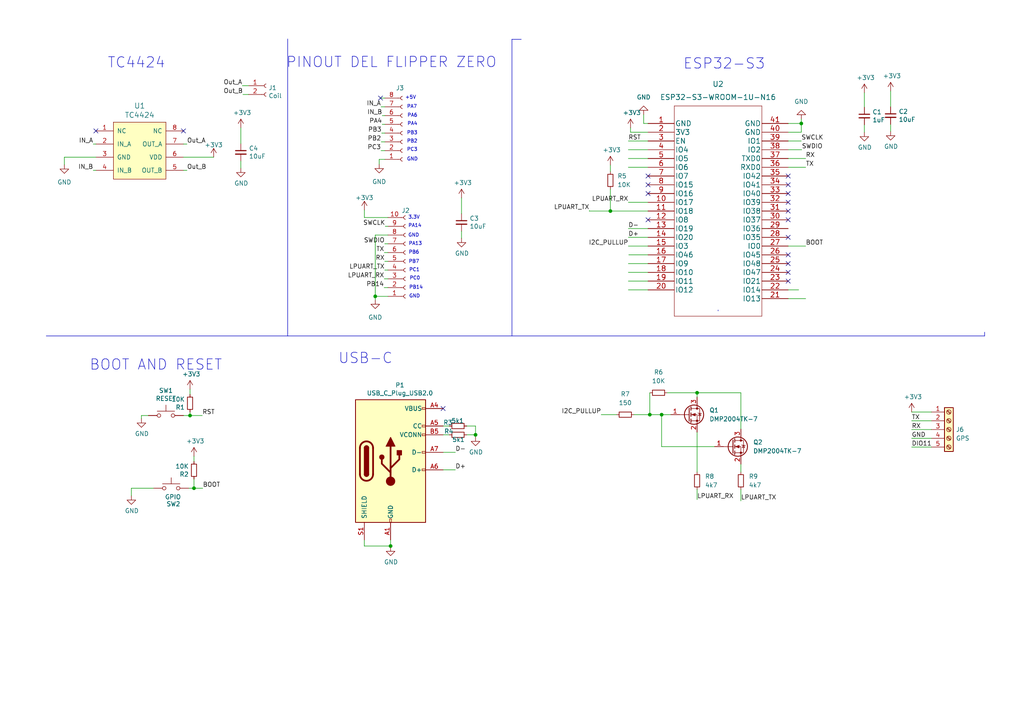
<source format=kicad_sch>
(kicad_sch (version 20230121) (generator eeschema)
  (paper "A4")
  (lib_symbols
    (symbol "Connector:Conn_01x02_Female" (pin_names (offset 1.016) hide)
      (property "Reference" "J" (at 0 2.54 0))
      (property "Value" "Conn_01x02_Female" (at 0 -5.08 0))
      (symbol "Conn_01x02_Female_1_1"
        (arc (start 0 -2.032) (mid -0.5058 -2.54) (end 0 -3.048) (stroke (width 0.1524)))
        (polyline (pts (xy -1.27 -2.54) (xy -0.508 -2.54)) (stroke (width 0.1524)))
        (polyline (pts (xy -1.27 0) (xy -0.508 0)) (stroke (width 0.1524)))
        (arc (start 0 0.508) (mid -0.5058 0) (end 0 -0.508) (stroke (width 0.1524)))
        (pin passive line (at -5.08 0 0) (length 3.81) (name "Pin_1") (number "1"))
        (pin passive line (at -5.08 -2.54 0) (length 3.81) (name "Pin_2") (number "2"))
      )
    )
    (symbol "Connector:Conn_01x08_Socket" (pin_names (offset 1.016) hide)
      (property "Reference" "J2" (at -1.905 10.541 0))
      (symbol "Conn_01x08_Socket_1_1"
        (arc (start 0 -9.652) (mid -0.5058 -10.16) (end 0 -10.668) (stroke (width 0.1524)))
        (arc (start 0 -7.112) (mid -0.5058 -7.62) (end 0 -8.128) (stroke (width 0.1524)))
        (arc (start 0 -4.572) (mid -0.5058 -5.08) (end 0 -5.588) (stroke (width 0.1524)))
        (arc (start 0 -2.032) (mid -0.5058 -2.54) (end 0 -3.048) (stroke (width 0.1524)))
        (polyline (pts (xy -1.27 -10.16) (xy -0.508 -10.16)) (stroke (width 0.1524)))
        (polyline (pts (xy -1.27 -7.62) (xy -0.508 -7.62)) (stroke (width 0.1524)))
        (polyline (pts (xy -1.27 -5.08) (xy -0.508 -5.08)) (stroke (width 0.1524)))
        (polyline (pts (xy -1.27 -2.54) (xy -0.508 -2.54)) (stroke (width 0.1524)))
        (polyline (pts (xy -1.27 0) (xy -0.508 0)) (stroke (width 0.1524)))
        (polyline (pts (xy -1.27 2.54) (xy -0.508 2.54)) (stroke (width 0.1524)))
        (polyline (pts (xy -1.27 5.08) (xy -0.508 5.08)) (stroke (width 0.1524)))
        (polyline (pts (xy -1.27 7.62) (xy -0.508 7.62)) (stroke (width 0.1524)))
        (arc (start 0 0.508) (mid -0.5058 0) (end 0 -0.508) (stroke (width 0.1524)))
        (arc (start 0 3.048) (mid -0.5058 2.54) (end 0 2.032) (stroke (width 0.1524)))
        (arc (start 0 5.588) (mid -0.5058 5.08) (end 0 4.572) (stroke (width 0.1524)))
        (arc (start 0 8.128) (mid -0.5058 7.62) (end 0 7.112) (stroke (width 0.1524)))
        (pin passive line (at -5.08 -10.16 0) (length 3.81) (name "Pin_8") (number "1"))
        (pin passive line (at -5.08 -7.62 0) (length 3.81) (name "Pin_7") (number "2"))
        (pin passive line (at -5.08 -5.08 0) (length 3.81) (name "Pin_6") (number "3"))
        (pin passive line (at -5.08 -2.54 0) (length 3.81) (name "Pin_5") (number "4"))
        (pin passive line (at -5.08 0 0) (length 3.81) (name "Pin_4") (number "5"))
        (pin passive line (at -5.08 2.54 0) (length 3.81) (name "Pin_3") (number "6"))
        (pin passive line (at -5.08 5.08 0) (length 3.81) (name "Pin_2") (number "7"))
        (pin passive line (at -5.08 7.62 0) (length 3.81) (name "Pin_1") (number "8"))
      )
    )
    (symbol "Connector:Conn_01x10_Socket" (pin_names (offset 1.016) hide)
      (property "Reference" "J3" (at -1.143 12.192 0))
      (symbol "Conn_01x10_Socket_1_1"
        (arc (start 0 -12.192) (mid -0.5058 -12.7) (end 0 -13.208) (stroke (width 0.1524)))
        (arc (start 0 -9.652) (mid -0.5058 -10.16) (end 0 -10.668) (stroke (width 0.1524)))
        (arc (start 0 -7.112) (mid -0.5058 -7.62) (end 0 -8.128) (stroke (width 0.1524)))
        (arc (start 0 -4.572) (mid -0.5058 -5.08) (end 0 -5.588) (stroke (width 0.1524)))
        (arc (start 0 -2.032) (mid -0.5058 -2.54) (end 0 -3.048) (stroke (width 0.1524)))
        (polyline (pts (xy -1.27 -12.7) (xy -0.508 -12.7)) (stroke (width 0.1524)))
        (polyline (pts (xy -1.27 -10.16) (xy -0.508 -10.16)) (stroke (width 0.1524)))
        (polyline (pts (xy -1.27 -7.62) (xy -0.508 -7.62)) (stroke (width 0.1524)))
        (polyline (pts (xy -1.27 -5.08) (xy -0.508 -5.08)) (stroke (width 0.1524)))
        (polyline (pts (xy -1.27 -2.54) (xy -0.508 -2.54)) (stroke (width 0.1524)))
        (polyline (pts (xy -1.27 0) (xy -0.508 0)) (stroke (width 0.1524)))
        (polyline (pts (xy -1.27 2.54) (xy -0.508 2.54)) (stroke (width 0.1524)))
        (polyline (pts (xy -1.27 5.08) (xy -0.508 5.08)) (stroke (width 0.1524)))
        (polyline (pts (xy -1.27 7.62) (xy -0.508 7.62)) (stroke (width 0.1524)))
        (polyline (pts (xy -1.27 10.16) (xy -0.508 10.16)) (stroke (width 0.1524)))
        (arc (start 0 0.508) (mid -0.5058 0) (end 0 -0.508) (stroke (width 0.1524)))
        (arc (start 0 3.048) (mid -0.5058 2.54) (end 0 2.032) (stroke (width 0.1524)))
        (arc (start 0 5.588) (mid -0.5058 5.08) (end 0 4.572) (stroke (width 0.1524)))
        (arc (start 0 8.128) (mid -0.5058 7.62) (end 0 7.112) (stroke (width 0.1524)))
        (arc (start 0 10.668) (mid -0.5058 10.16) (end 0 9.652) (stroke (width 0.1524)))
        (pin passive line (at -5.08 -12.7 0) (length 3.81) (name "Pin_10") (number "1"))
        (pin passive line (at -5.08 10.16 0) (length 3.81) (name "Pin_1") (number "10"))
        (pin passive line (at -5.08 -10.16 0) (length 3.81) (name "Pin_9") (number "2"))
        (pin passive line (at -5.08 -7.62 0) (length 3.81) (name "Pin_8") (number "3"))
        (pin passive line (at -5.08 -5.08 0) (length 3.81) (name "Pin_7") (number "4"))
        (pin passive line (at -5.08 -2.54 0) (length 3.81) (name "Pin_6") (number "5"))
        (pin passive line (at -5.08 0 0) (length 3.81) (name "Pin_5") (number "6"))
        (pin passive line (at -5.08 2.54 0) (length 3.81) (name "Pin_4") (number "7"))
        (pin passive line (at -5.08 5.08 0) (length 3.81) (name "Pin_3") (number "8"))
        (pin passive line (at -5.08 7.62 0) (length 3.81) (name "Pin_2") (number "9"))
      )
    )
    (symbol "Connector:Screw_Terminal_01x05" (pin_names (offset 1.016) hide)
      (property "Reference" "J" (at 0 7.62 0))
      (property "Value" "Screw_Terminal_01x05" (at 0 -7.62 0))
      (symbol "Screw_Terminal_01x05_1_1"
        (rectangle (start -1.27 6.35) (end 1.27 -6.35) (stroke (width 0.254)) (fill (type background)))
        (circle (center 0 -5.08) (radius 0.635) (stroke (width 0.1524)))
        (circle (center 0 -2.54) (radius 0.635) (stroke (width 0.1524)))
        (polyline (pts (xy -0.5334 -4.7498) (xy 0.3302 -5.588)) (stroke (width 0.1524)))
        (polyline (pts (xy -0.5334 -2.2098) (xy 0.3302 -3.048)) (stroke (width 0.1524)))
        (polyline (pts (xy -0.5334 0.3302) (xy 0.3302 -0.508)) (stroke (width 0.1524)))
        (polyline (pts (xy -0.5334 2.8702) (xy 0.3302 2.032)) (stroke (width 0.1524)))
        (polyline (pts (xy -0.5334 5.4102) (xy 0.3302 4.572)) (stroke (width 0.1524)))
        (polyline (pts (xy -0.3556 -4.572) (xy 0.508 -5.4102)) (stroke (width 0.1524)))
        (polyline (pts (xy -0.3556 -2.032) (xy 0.508 -2.8702)) (stroke (width 0.1524)))
        (polyline (pts (xy -0.3556 0.508) (xy 0.508 -0.3302)) (stroke (width 0.1524)))
        (polyline (pts (xy -0.3556 3.048) (xy 0.508 2.2098)) (stroke (width 0.1524)))
        (polyline (pts (xy -0.3556 5.588) (xy 0.508 4.7498)) (stroke (width 0.1524)))
        (circle (center 0 0) (radius 0.635) (stroke (width 0.1524)))
        (circle (center 0 2.54) (radius 0.635) (stroke (width 0.1524)))
        (circle (center 0 5.08) (radius 0.635) (stroke (width 0.1524)))
        (pin passive line (at -5.08 5.08 0) (length 3.81) (name "Pin_1") (number "1"))
        (pin passive line (at -5.08 2.54 0) (length 3.81) (name "Pin_2") (number "2"))
        (pin passive line (at -5.08 0 0) (length 3.81) (name "Pin_3") (number "3"))
        (pin passive line (at -5.08 -2.54 0) (length 3.81) (name "Pin_4") (number "4"))
        (pin passive line (at -5.08 -5.08 0) (length 3.81) (name "Pin_5") (number "5"))
      )
    )
    (symbol "Device:C_Small" (pin_numbers hide) (pin_names (offset 0.254) hide)
      (property "Reference" "C" (at 0.254 1.778 0))
      (property "Value" "C_Small" (at 0.254 -2.032 0))
      (symbol "C_Small_0_1"
        (polyline (pts (xy -1.524 -0.508) (xy 1.524 -0.508)) (stroke (width 0.3302)))
        (polyline (pts (xy -1.524 0.508) (xy 1.524 0.508)) (stroke (width 0.3048)))
      )
      (symbol "C_Small_1_1"
        (pin passive line (at 0 2.54 270) (length 2.032) (name "~") (number "1"))
        (pin passive line (at 0 -2.54 90) (length 2.032) (name "~") (number "2"))
      )
    )
    (symbol "Device:Q_NMOS_GSD" (pin_names (offset 0) hide)
      (property "Reference" "Q" (at 5.08 1.27 0))
      (property "Value" "Q_NMOS_GSD" (at 5.08 -1.27 0))
      (symbol "Q_NMOS_GSD_0_1"
        (polyline (pts (xy 0.254 0) (xy -2.54 0)))
        (polyline (pts (xy 0.254 1.905) (xy 0.254 -1.905)) (stroke (width 0.254)))
        (polyline (pts (xy 0.762 -1.27) (xy 0.762 -2.286)) (stroke (width 0.254)))
        (polyline (pts (xy 0.762 0.508) (xy 0.762 -0.508)) (stroke (width 0.254)))
        (polyline (pts (xy 0.762 2.286) (xy 0.762 1.27)) (stroke (width 0.254)))
        (polyline (pts (xy 2.54 2.54) (xy 2.54 1.778)))
        (polyline (pts (xy 2.54 -2.54) (xy 2.54 0) (xy 0.762 0)))
        (polyline (pts (xy 0.762 -1.778) (xy 3.302 -1.778) (xy 3.302 1.778) (xy 0.762 1.778)))
        (polyline (pts (xy 1.016 0) (xy 2.032 0.381) (xy 2.032 -0.381) (xy 1.016 0)) (fill (type outline)))
        (polyline (pts (xy 2.794 0.508) (xy 2.921 0.381) (xy 3.683 0.381) (xy 3.81 0.254)))
        (polyline (pts (xy 3.302 0.381) (xy 2.921 -0.254) (xy 3.683 -0.254) (xy 3.302 0.381)))
        (circle (center 1.651 0) (radius 2.794) (stroke (width 0.254)))
        (circle (center 2.54 -1.778) (radius 0.254) (fill (type outline)))
        (circle (center 2.54 1.778) (radius 0.254) (fill (type outline)))
      )
      (symbol "Q_NMOS_GSD_1_1"
        (pin input line (at -5.08 0 0) (length 2.54) (name "G") (number "1"))
        (pin passive line (at 2.54 -5.08 90) (length 2.54) (name "S") (number "2"))
        (pin passive line (at 2.54 5.08 270) (length 2.54) (name "D") (number "3"))
      )
    )
    (symbol "Device:R_Small" (pin_numbers hide) (pin_names (offset 0.254) hide)
      (property "Reference" "R" (at 0.762 0.508 0))
      (property "Value" "R_Small" (at 0.762 -1.016 0))
      (symbol "R_Small_0_1"
        (rectangle (start -0.762 1.778) (end 0.762 -1.778) (stroke (width 0.2032)))
      )
      (symbol "R_Small_1_1"
        (pin passive line (at 0 2.54 270) (length 0.762) (name "~") (number "1"))
        (pin passive line (at 0 -2.54 90) (length 0.762) (name "~") (number "2"))
      )
    )
    (symbol "ESP32-S3-WROOM:ESP32-S3-WROOM-1-N8" (pin_names (offset 0.254))
      (property "Reference" "U" (at 20.32 10.16 0))
      (property "Value" "ESP32-S3-WROOM-1-N8" (at 20.32 7.62 0))
      (symbol "ESP32-S3-WROOM-1-N8_1_1"
        (polyline (pts (xy 7.62 -55.88) (xy 33.02 -55.88)) (stroke (width 0.127)))
        (polyline (pts (xy 7.62 5.08) (xy 7.62 -55.88)) (stroke (width 0.127)))
        (polyline (pts (xy 33.02 -55.88) (xy 33.02 5.08)) (stroke (width 0.127)))
        (polyline (pts (xy 33.02 5.08) (xy 7.62 5.08)) (stroke (width 0.127)))
        (pin power_in line (at 0 0 0) (length 7.62) (name "GND") (number "1"))
        (pin bidirectional line (at 0 -22.86 0) (length 7.62) (name "IO17") (number "10"))
        (pin bidirectional line (at 0 -25.4 0) (length 7.62) (name "IO18") (number "11"))
        (pin bidirectional line (at 0 -27.94 0) (length 7.62) (name "IO8") (number "12"))
        (pin bidirectional line (at 0 -30.48 0) (length 7.62) (name "IO19") (number "13"))
        (pin bidirectional line (at 0 -33.02 0) (length 7.62) (name "IO20") (number "14"))
        (pin bidirectional line (at 0 -35.56 0) (length 7.62) (name "IO3") (number "15"))
        (pin bidirectional line (at 0 -38.1 0) (length 7.62) (name "IO46") (number "16"))
        (pin bidirectional line (at 0 -40.64 0) (length 7.62) (name "IO9") (number "17"))
        (pin bidirectional line (at 0 -43.18 0) (length 7.62) (name "IO10") (number "18"))
        (pin bidirectional line (at 0 -45.72 0) (length 7.62) (name "IO11") (number "19"))
        (pin power_in line (at 0 -2.54 0) (length 7.62) (name "3V3") (number "2"))
        (pin bidirectional line (at 0 -48.26 0) (length 7.62) (name "IO12") (number "20"))
        (pin bidirectional line (at 40.64 -50.8 180) (length 7.62) (name "IO13") (number "21"))
        (pin bidirectional line (at 40.64 -48.26 180) (length 7.62) (name "IO14") (number "22"))
        (pin bidirectional line (at 40.64 -45.72 180) (length 7.62) (name "IO21") (number "23"))
        (pin bidirectional line (at 40.64 -43.18 180) (length 7.62) (name "IO47") (number "24"))
        (pin bidirectional line (at 40.64 -40.64 180) (length 7.62) (name "IO48") (number "25"))
        (pin bidirectional line (at 40.64 -38.1 180) (length 7.62) (name "IO45") (number "26"))
        (pin bidirectional line (at 40.64 -35.56 180) (length 7.62) (name "IO0") (number "27"))
        (pin bidirectional line (at 40.64 -33.02 180) (length 7.62) (name "IO35") (number "28"))
        (pin bidirectional line (at 40.64 -30.48 180) (length 7.62) (name "IO36") (number "29"))
        (pin input line (at 0 -5.08 0) (length 7.62) (name "EN") (number "3"))
        (pin bidirectional line (at 40.64 -27.94 180) (length 7.62) (name "IO37") (number "30"))
        (pin bidirectional line (at 40.64 -25.4 180) (length 7.62) (name "IO38") (number "31"))
        (pin bidirectional line (at 40.64 -22.86 180) (length 7.62) (name "IO39") (number "32"))
        (pin bidirectional line (at 40.64 -20.32 180) (length 7.62) (name "IO40") (number "33"))
        (pin bidirectional line (at 40.64 -17.78 180) (length 7.62) (name "IO41") (number "34"))
        (pin bidirectional line (at 40.64 -15.24 180) (length 7.62) (name "IO42") (number "35"))
        (pin bidirectional line (at 40.64 -12.7 180) (length 7.62) (name "RXD0") (number "36"))
        (pin bidirectional line (at 40.64 -10.16 180) (length 7.62) (name "TXD0") (number "37"))
        (pin bidirectional line (at 40.64 -7.62 180) (length 7.62) (name "IO2") (number "38"))
        (pin bidirectional line (at 40.64 -5.08 180) (length 7.62) (name "IO1") (number "39"))
        (pin bidirectional line (at 0 -7.62 0) (length 7.62) (name "IO4") (number "4"))
        (pin power_in line (at 40.64 -2.54 180) (length 7.62) (name "GND") (number "40"))
        (pin power_in line (at 40.64 0 180) (length 7.62) (name "GND") (number "41"))
        (pin bidirectional line (at 0 -10.16 0) (length 7.62) (name "IO5") (number "5"))
        (pin bidirectional line (at 0 -12.7 0) (length 7.62) (name "IO6") (number "6"))
        (pin bidirectional line (at 0 -15.24 0) (length 7.62) (name "IO7") (number "7"))
        (pin bidirectional line (at 0 -17.78 0) (length 7.62) (name "IO15") (number "8"))
        (pin bidirectional line (at 0 -20.32 0) (length 7.62) (name "IO16") (number "9"))
      )
    )
    (symbol "HunterCat-NFC-rescue:USB_C_Plug_USB2.0-Connector" (pin_names (offset 1.016))
      (property "Reference" "P" (at -10.16 19.05 0))
      (property "Value" "USB_C_Plug_USB2.0-Connector" (at 12.7 19.05 0))
      (symbol "USB_C_Plug_USB2.0-Connector_0_0"
        (rectangle (start -0.254 -17.78) (end 0.254 -16.764))
        (rectangle (start 10.16 -2.286) (end 9.144 -2.794))
        (rectangle (start 10.16 2.794) (end 9.144 2.286))
        (rectangle (start 10.16 7.874) (end 9.144 7.366))
        (rectangle (start 10.16 10.414) (end 9.144 9.906))
        (rectangle (start 10.16 15.494) (end 9.144 14.986))
      )
      (symbol "USB_C_Plug_USB2.0-Connector_0_1"
        (rectangle (start -10.16 17.78) (end 10.16 -17.78) (stroke (width 0.254)) (fill (type background)))
        (arc (start -8.89 -3.81) (mid -6.985 -5.7067) (end -5.08 -3.81) (stroke (width 0.508)))
        (arc (start -7.62 -3.81) (mid -6.985 -4.4423) (end -6.35 -3.81) (stroke (width 0.254)))
        (arc (start -7.62 -3.81) (mid -6.985 -4.4423) (end -6.35 -3.81) (stroke (width 0.254)) (fill (type outline)))
        (rectangle (start -7.62 -3.81) (end -6.35 3.81) (stroke (width 0.254)) (fill (type outline)))
        (arc (start -6.35 3.81) (mid -6.985 4.4423) (end -7.62 3.81) (stroke (width 0.254)))
        (arc (start -6.35 3.81) (mid -6.985 4.4423) (end -7.62 3.81) (stroke (width 0.254)) (fill (type outline)))
        (arc (start -5.08 3.81) (mid -6.985 5.7067) (end -8.89 3.81) (stroke (width 0.508)))
        (circle (center -2.54 1.143) (radius 0.635) (stroke (width 0.254)) (fill (type outline)))
        (circle (center 0 -5.842) (radius 1.27) (fill (type outline)))
        (polyline (pts (xy -8.89 -3.81) (xy -8.89 3.81)) (stroke (width 0.508)))
        (polyline (pts (xy -5.08 3.81) (xy -5.08 -3.81)) (stroke (width 0.508)))
        (polyline (pts (xy 0 -5.842) (xy 0 4.318)) (stroke (width 0.508)))
        (polyline (pts (xy 0 -3.302) (xy -2.54 -0.762) (xy -2.54 0.508)) (stroke (width 0.508)))
        (polyline (pts (xy 0 -2.032) (xy 2.54 0.508) (xy 2.54 1.778)) (stroke (width 0.508)))
        (polyline (pts (xy -1.27 4.318) (xy 0 6.858) (xy 1.27 4.318) (xy -1.27 4.318)) (stroke (width 0.254)) (fill (type outline)))
        (rectangle (start 1.905 1.778) (end 3.175 3.048) (stroke (width 0.254)) (fill (type outline)))
      )
      (symbol "USB_C_Plug_USB2.0-Connector_1_1"
        (pin power_in line (at 0 -22.86 90) (length 5.08) (name "GND") (number "A1"))
        (pin passive line (at 0 -22.86 90) (length 5.08) hide (name "GND") (number "A12"))
        (pin power_in line (at 15.24 15.24 180) (length 5.08) (name "VBUS") (number "A4"))
        (pin bidirectional line (at 15.24 10.16 180) (length 5.08) (name "CC") (number "A5"))
        (pin bidirectional line (at 15.24 -2.54 180) (length 5.08) (name "D+") (number "A6"))
        (pin bidirectional line (at 15.24 2.54 180) (length 5.08) (name "D-") (number "A7"))
        (pin passive line (at 15.24 15.24 180) (length 5.08) hide (name "VBUS") (number "A9"))
        (pin passive line (at 0 -22.86 90) (length 5.08) hide (name "GND") (number "B1"))
        (pin passive line (at 0 -22.86 90) (length 5.08) hide (name "GND") (number "B12"))
        (pin passive line (at 15.24 15.24 180) (length 5.08) hide (name "VBUS") (number "B4"))
        (pin bidirectional line (at 15.24 7.62 180) (length 5.08) (name "VCONN") (number "B5"))
        (pin passive line (at 15.24 15.24 180) (length 5.08) hide (name "VBUS") (number "B9"))
        (pin passive line (at -7.62 -22.86 90) (length 5.08) (name "SHIELD") (number "S1"))
      )
    )
    (symbol "Magspoof_V3-rescue:TC4424-electroniccats" (pin_names (offset 1.016))
      (property "Reference" "U" (at -7.62 10.16 0))
      (property "Value" "TC4424-electroniccats" (at 3.81 10.16 0))
      (symbol "TC4424-electroniccats_0_1"
        (rectangle (start -7.62 8.89) (end 7.62 -7.62) (fill (type background)))
      )
      (symbol "TC4424-electroniccats_1_1"
        (pin input line (at -12.7 6.35 0) (length 5.08) (name "NC") (number "1"))
        (pin input line (at -12.7 2.54 0) (length 5.08) (name "IN_A") (number "2"))
        (pin input line (at -12.7 -1.27 0) (length 5.08) (name "GND") (number "3"))
        (pin input line (at -12.7 -5.08 0) (length 5.08) (name "IN_B") (number "4"))
        (pin input line (at 12.7 -5.08 180) (length 5.08) (name "OUT_B") (number "5"))
        (pin input line (at 12.7 -1.27 180) (length 5.08) (name "VDD") (number "6"))
        (pin input line (at 12.7 2.54 180) (length 5.08) (name "OUT_A") (number "7"))
        (pin input line (at 12.7 6.35 180) (length 5.08) (name "NC") (number "8"))
      )
    )
    (symbol "Switch:SW_Push" (pin_numbers hide) (pin_names (offset 1.016) hide)
      (property "Reference" "SW" (at 1.27 2.54 0))
      (property "Value" "SW_Push" (at 0 -1.524 0))
      (symbol "SW_Push_0_1"
        (circle (center -2.032 0) (radius 0.508))
        (polyline (pts (xy 0 1.27) (xy 0 3.048)))
        (polyline (pts (xy 2.54 1.27) (xy -2.54 1.27)))
        (circle (center 2.032 0) (radius 0.508))
        (pin passive line (at -5.08 0 0) (length 2.54) (name "1") (number "1"))
        (pin passive line (at 5.08 0 180) (length 2.54) (name "2") (number "2"))
      )
    )
    (symbol "power:+3V3" (power) (pin_names (offset 0))
      (property "Value" "+3V3" (at 0 3.556 0))
      (symbol "+3V3_0_1"
        (polyline (pts (xy -0.762 1.27) (xy 0 2.54)))
        (polyline (pts (xy 0 0) (xy 0 2.54)))
        (polyline (pts (xy 0 2.54) (xy 0.762 1.27)))
      )
      (symbol "+3V3_1_1"
        (pin power_in line (at 0 0 90) (length 0) hide (name "+3V3") (number "1"))
      )
    )
    (symbol "power:GND" (power) (pin_names (offset 0))
      (property "Value" "GND" (at 0 -3.81 0))
      (symbol "GND_0_1"
        (polyline (pts (xy 0 0) (xy 0 -1.27) (xy 1.27 -1.27) (xy 0 -2.54) (xy -1.27 -1.27) (xy 0 -1.27)))
      )
      (symbol "GND_1_1"
        (pin power_in line (at 0 0 270) (length 0) hide (name "GND") (number "1"))
      )
    )
  )
  (junction (at 188.468 120.269))
  (junction (at 56.261 141.605))
  (junction (at 177.038 61.214))
  (junction (at 108.839 85.9536))
  (junction (at 113.284 158.369))
  (junction (at 202.184 113.919))
  (junction (at 232.41 35.814))
  (junction (at 55.118 120.523))
  (junction (at 191.897 120.269))
  (junction (at 137.922 126.111))
  (no_connect (at 228.6 73.914))
  (no_connect (at 228.6 51.054))
  (no_connect (at 228.6 61.214))
  (no_connect (at 228.6 81.534))
  (no_connect (at 53.213 37.973))
  (no_connect (at 228.6 63.754))
  (no_connect (at 128.524 118.491))
  (no_connect (at 110.363 28.448))
  (no_connect (at 187.96 63.754))
  (no_connect (at 187.96 51.054))
  (no_connect (at 228.6 53.594))
  (no_connect (at 228.6 78.994))
  (no_connect (at 27.813 37.973))
  (no_connect (at 228.6 58.674))
  (no_connect (at 187.96 56.134))
  (no_connect (at 228.6 76.454))
  (no_connect (at 228.6 68.834))
  (no_connect (at 187.96 53.594))
  (no_connect (at 228.6 56.134))
  (polyline (pts (xy 13.4112 97.4344) (xy 285.5722 97.4344)))
  (wire (pts (xy 182.372 73.914) (xy 187.96 73.914)))
  (wire (pts (xy 70.2818 24.8666) (xy 72.0852 24.8666)))
  (wire (pts (xy 182.245 66.294) (xy 187.96 66.294)))
  (wire (pts (xy 70.4596 27.4066) (xy 72.0852 27.4066)))
  (wire (pts (xy 111.4552 73.2536) (xy 112.522 73.2536)))
  (wire (pts (xy 202.184 113.919) (xy 202.184 115.189)))
  (wire (pts (xy 186.69 35.814) (xy 186.69 33.274)))
  (wire (pts (xy 193.548 113.919) (xy 202.184 113.919)))
  (wire (pts (xy 214.884 141.986) (xy 214.884 145.288)))
  (wire (pts (xy 135.382 126.111) (xy 137.922 126.111)))
  (wire (pts (xy 264.414 122.047) (xy 270.129 122.047)))
  (wire (pts (xy 56.261 141.605) (xy 58.801 141.605)))
  (wire (pts (xy 128.524 131.191) (xy 132.08 131.191)))
  (wire (pts (xy 264.414 129.667) (xy 270.129 129.667)))
  (wire (pts (xy 105.664 156.591) (xy 105.664 158.369)))
  (wire (pts (xy 182.88 38.354) (xy 182.88 37.084)))
  (wire (pts (xy 69.85 46.736) (xy 69.85 48.768)))
  (wire (pts (xy 264.414 127.127) (xy 270.129 127.127)))
  (wire (pts (xy 53.213 120.523) (xy 55.118 120.523)))
  (wire (pts (xy 109.982 46.228) (xy 111.633 46.228)))
  (wire (pts (xy 137.922 123.571) (xy 137.922 126.111)))
  (wire (pts (xy 105.6894 60.9092) (xy 105.6894 63.0936)))
  (wire (pts (xy 232.41 34.544) (xy 232.41 35.814)))
  (wire (pts (xy 250.698 36.195) (xy 250.698 38.354)))
  (wire (pts (xy 55.118 120.523) (xy 58.674 120.523)))
  (wire (pts (xy 177.038 54.864) (xy 177.038 61.214)))
  (wire (pts (xy 54.737 141.605) (xy 56.261 141.605)))
  (wire (pts (xy 233.68 45.974) (xy 228.6 45.974)))
  (wire (pts (xy 110.871 33.528) (xy 111.633 33.528)))
  (wire (pts (xy 110.5154 30.988) (xy 111.633 30.988)))
  (wire (pts (xy 187.96 38.354) (xy 182.88 38.354)))
  (wire (pts (xy 55.118 119.507) (xy 55.118 120.523)))
  (wire (pts (xy 108.839 86.9696) (xy 108.839 85.9536)))
  (wire (pts (xy 128.524 126.111) (xy 130.302 126.111)))
  (wire (pts (xy 135.382 123.571) (xy 137.922 123.571)))
  (wire (pts (xy 214.884 124.46) (xy 214.884 113.919)))
  (wire (pts (xy 128.524 123.571) (xy 130.302 123.571)))
  (wire (pts (xy 110.5662 41.148) (xy 111.633 41.148)))
  (polyline (pts (xy 83.439 97.409) (xy 83.4644 97.409)))
  (wire (pts (xy 228.6 43.434) (xy 232.537 43.434)))
  (wire (pts (xy 182.245 76.454) (xy 187.96 76.454)))
  (wire (pts (xy 69.85 37.084) (xy 69.85 41.656)))
  (wire (pts (xy 111.5822 75.7936) (xy 112.522 75.7936)))
  (wire (pts (xy 258.318 36.068) (xy 258.318 38.1)))
  (wire (pts (xy 61.976 45.593) (xy 53.213 45.593)))
  (polyline (pts (xy 285.5722 96.3422) (xy 285.5722 97.4344)))
  (wire (pts (xy 41.021 120.523) (xy 41.021 121.412)))
  (wire (pts (xy 128.524 136.271) (xy 132.08 136.271)))
  (wire (pts (xy 177.038 47.879) (xy 177.038 49.784)))
  (wire (pts (xy 182.245 71.374) (xy 187.96 71.374)))
  (wire (pts (xy 111.4044 83.4136) (xy 112.522 83.4136)))
  (wire (pts (xy 250.698 26.924) (xy 250.698 31.115)))
  (wire (pts (xy 188.468 113.919) (xy 188.468 120.269)))
  (wire (pts (xy 113.284 158.369) (xy 113.284 158.623)))
  (wire (pts (xy 228.6 38.354) (xy 232.41 38.354)))
  (wire (pts (xy 228.6 40.894) (xy 232.41 40.894)))
  (wire (pts (xy 110.5154 43.688) (xy 111.633 43.688)))
  (wire (pts (xy 182.245 58.674) (xy 187.96 58.674)))
  (wire (pts (xy 38.1 141.605) (xy 38.1 143.764)))
  (wire (pts (xy 105.664 158.369) (xy 113.284 158.369)))
  (wire (pts (xy 43.053 120.523) (xy 41.021 120.523)))
  (wire (pts (xy 54.229 41.783) (xy 53.213 41.783)))
  (wire (pts (xy 214.884 134.62) (xy 214.884 136.906)))
  (wire (pts (xy 133.858 67.056) (xy 133.858 69.088)))
  (wire (pts (xy 228.6 35.814) (xy 232.41 35.814)))
  (wire (pts (xy 113.284 156.591) (xy 113.284 158.369)))
  (wire (pts (xy 110.6932 38.608) (xy 111.633 38.608)))
  (wire (pts (xy 214.884 113.919) (xy 202.184 113.919)))
  (wire (pts (xy 54.229 49.403) (xy 53.213 49.403)))
  (wire (pts (xy 232.41 35.814) (xy 232.41 38.354)))
  (wire (pts (xy 202.184 125.349) (xy 202.184 136.906)))
  (wire (pts (xy 170.942 61.214) (xy 177.038 61.214)))
  (polyline (pts (xy 151.1808 11.4046) (xy 148.4884 11.4046)))
  (wire (pts (xy 264.414 124.587) (xy 270.129 124.587)))
  (wire (pts (xy 109.982 47.625) (xy 109.982 46.228)))
  (wire (pts (xy 170.942 61.087) (xy 170.942 61.214)))
  (wire (pts (xy 202.184 141.986) (xy 202.184 144.907)))
  (wire (pts (xy 105.6894 63.0936) (xy 112.522 63.0936)))
  (wire (pts (xy 108.839 68.1736) (xy 108.839 85.9536)))
  (wire (pts (xy 27.813 49.403) (xy 27.051 49.403)))
  (wire (pts (xy 207.264 129.54) (xy 191.897 129.54)))
  (wire (pts (xy 182.245 45.974) (xy 187.96 45.974)))
  (polyline (pts (xy 83.439 11.303) (xy 83.439 97.409)))
  (wire (pts (xy 182.245 84.074) (xy 187.96 84.074)))
  (wire (pts (xy 228.6 84.074) (xy 231.648 84.074)))
  (wire (pts (xy 191.897 129.54) (xy 191.897 120.269)))
  (wire (pts (xy 182.245 48.514) (xy 187.96 48.514)))
  (wire (pts (xy 264.414 119.507) (xy 270.129 119.507)))
  (wire (pts (xy 182.245 43.434) (xy 187.96 43.434)))
  (wire (pts (xy 182.245 40.894) (xy 187.96 40.894)))
  (wire (pts (xy 111.7346 65.6336) (xy 112.522 65.6336)))
  (wire (pts (xy 56.261 138.938) (xy 56.261 141.605)))
  (wire (pts (xy 188.468 120.269) (xy 191.897 120.269)))
  (wire (pts (xy 55.118 112.903) (xy 55.118 114.427)))
  (wire (pts (xy 44.577 141.605) (xy 38.1 141.605)))
  (polyline (pts (xy 148.4884 11.4046) (xy 148.4884 97.409)))
  (wire (pts (xy 110.363 28.448) (xy 111.633 28.448)))
  (wire (pts (xy 182.245 81.534) (xy 187.96 81.534)))
  (wire (pts (xy 233.68 86.614) (xy 228.6 86.614)))
  (wire (pts (xy 112.522 68.1736) (xy 108.839 68.1736)))
  (wire (pts (xy 183.896 120.269) (xy 188.468 120.269)))
  (wire (pts (xy 187.96 35.814) (xy 186.69 35.814)))
  (wire (pts (xy 182.245 78.994) (xy 187.96 78.994)))
  (wire (pts (xy 182.245 68.834) (xy 187.96 68.834)))
  (wire (pts (xy 191.897 120.269) (xy 194.564 120.269)))
  (wire (pts (xy 133.858 57.404) (xy 133.858 61.976)))
  (wire (pts (xy 56.261 132.334) (xy 56.261 133.858)))
  (wire (pts (xy 18.669 45.593) (xy 27.813 45.593)))
  (wire (pts (xy 137.922 126.111) (xy 137.922 126.746)))
  (wire (pts (xy 177.038 61.214) (xy 187.96 61.214)))
  (polyline (pts (xy 208.28 90.17) (xy 208.28 89.916)))
  (wire (pts (xy 233.68 71.374) (xy 228.6 71.374)))
  (wire (pts (xy 111.5822 78.3336) (xy 112.522 78.3336)))
  (wire (pts (xy 111.5822 70.7136) (xy 112.522 70.7136)))
  (wire (pts (xy 27.051 41.783) (xy 27.813 41.783)))
  (wire (pts (xy 108.839 85.9536) (xy 112.522 85.9536)))
  (wire (pts (xy 110.8456 36.068) (xy 111.633 36.068)))
  (wire (pts (xy 111.4552 80.8736) (xy 112.522 80.8736)))
  (wire (pts (xy 233.68 48.514) (xy 228.6 48.514)))
  (wire (pts (xy 258.318 26.416) (xy 258.318 30.988)))
  (wire (pts (xy 174.371 120.269) (xy 178.816 120.269)))
  (wire (pts (xy 18.669 47.752) (xy 18.669 45.593)))
  (text "PC3" (at 117.983 44.069 0) (effects (font (size 1 1)) (justify left bottom)))
  (text "3.3V" (at 118.364 63.7286 0) (effects (font (size 1 1)) (justify left bottom)))
  (text "PB3" (at 117.983 39.243 0) (effects (font (size 1 1)) (justify left bottom)))
  (text "PC1" (at 118.618 78.9686 0) (effects (font (size 1 1)) (justify left bottom)))
  (text "PB2" (at 117.983 41.656 0) (effects (font (size 1 1)) (justify left bottom)))
  (text "PB7" (at 118.491 76.5556 0) (effects (font (size 1 1)) (justify left bottom)))
  (text "PA4" (at 118.11 36.576 0) (effects (font (size 1 1)) (justify left bottom)))
  (text "GND" (at 118.618 86.5886 0) (effects (font (size 1 1)) (justify left bottom)))
  (text "GND" (at 117.983 46.863 0) (effects (font (size 1 1)) (justify left bottom)))
  (text "PB6" (at 118.491 73.8886 0) (effects (font (size 1 1)) (justify left bottom)))
  (text "PA6" (at 118.11 34.163 0) (effects (font (size 1 1)) (justify left bottom)))
  (text "+5V" (at 117.475 28.956 0) (effects (font (size 1 1)) (justify left bottom)))
  (text "ESP32-S3\n\n" (at 198.0946 25.1968 0) (effects (font (size 3 3)) (justify left bottom)))
  (text "PA7" (at 117.983 31.623 0) (effects (font (size 1 1)) (justify left bottom)))
  (text "PINOUT DEL FLIPPER ZERO" (at 82.931 19.939 0) (effects (font (size 3 3)) (justify left bottom)))
  (text "TC4424" (at 31.115 20.066 0) (effects (font (size 2.9972 2.9972)) (justify left bottom)))
  (text "GND" (at 118.364 68.9356 0) (effects (font (size 1 1)) (justify left bottom)))
  (text "USB-C\n" (at 98.044 105.791 0) (effects (font (size 3 3)) (justify left bottom)))
  (text "PA14\n" (at 118.364 66.1416 0) (effects (font (size 1 1)) (justify left bottom)))
  (text "PA13" (at 118.491 71.3486 0) (effects (font (size 1 1)) (justify left bottom)))
  (text "BOOT AND RESET\n" (at 25.908 107.696 0) (effects (font (size 3 3)) (justify left bottom)))
  (text "PB14\n" (at 118.618 84.0486 0) (effects (font (size 1 1)) (justify left bottom)))
  (text "PC0" (at 118.745 81.3816 0) (effects (font (size 1 1)) (justify left bottom)))
  (label "Out_B" (at 70.4596 27.4066 180))
  (label "IN_A" (at 110.5154 30.988 180))
  (label "IN_B" (at 110.871 33.528 180))
  (label "D+" (at 132.08 136.271 0))
  (label "D-" (at 182.245 66.294 0))
  (label "PB3" (at 110.6932 38.608 180))
  (label "LPUART_RX" (at 182.245 58.674 180))
  (label "I2C_PULLUP" (at 174.371 120.269 180))
  (label "TX" (at 264.414 122.047 0))
  (label "BOOT" (at 233.68 71.374 0))
  (label "PC3" (at 110.5154 43.688 180))
  (label "RST" (at 58.674 120.523 0))
  (label "DIO11" (at 264.414 129.667 0))
  (label "RST" (at 182.245 40.894 0))
  (label "IN_A" (at 27.051 41.783 180))
  (label "LPUART_TX" (at 214.884 145.288 0))
  (label "SWDIO" (at 111.5822 70.7136 180))
  (label "TX" (at 111.4552 73.2536 180))
  (label "RX" (at 264.414 124.587 0))
  (label "Out_A" (at 70.2818 24.8666 180))
  (label "Out_A" (at 54.229 41.783 0))
  (label "LPUART_RX" (at 111.4552 80.8736 180))
  (label "SWDIO" (at 232.537 43.434 0))
  (label "IN_B" (at 27.051 49.403 180))
  (label "PA4" (at 110.8456 36.068 180))
  (label "LPUART_TX" (at 170.942 61.087 180))
  (label "I2C_PULLUP" (at 182.245 71.374 180))
  (label "Out_B" (at 54.229 49.403 0))
  (label "RX" (at 233.68 45.974 0))
  (label "SWCLK" (at 111.7346 65.6336 180))
  (label "TX" (at 233.68 48.514 0))
  (label "D-" (at 132.08 131.191 0))
  (label "SWCLK" (at 232.41 40.894 0))
  (label "PB14" (at 111.4044 83.4136 180))
  (label "LPUART_TX" (at 111.5822 78.3336 180))
  (label "RX" (at 111.5822 75.7936 180))
  (label "GND" (at 264.414 127.127 0))
  (label "PB2" (at 110.5662 41.148 180))
  (label "D+" (at 182.245 68.834 0))
  (label "LPUART_RX" (at 202.184 144.907 0))
  (label "BOOT" (at 58.801 141.605 0))
  (symbol (lib_id "Device:R_Small") (at 202.184 139.446 0) (unit 1)
    (property "Reference" "R8" (at 204.47 138.176 0) (effects (justify left)))
    (property "Value" "4k7" (at 204.47 140.716 0) (effects (justify left)))
    (property "Footprint" "Resistor_SMD:R_0603_1608Metric" (effects hide))
    (property "LCSC#" "C394547" (effects hide))
    (property "provedor" "LCSC" (effects hide))
  )
  (symbol (lib_id "power:GND") (at 113.284 158.623 0) (unit 1)
    (property "Reference" "#PWR023" (effects hide))
    (property "Value" "GND" (at 113.411 163.0172 0))
  )
  (symbol (lib_id "power:GND") (at 41.021 121.412 0) (unit 1)
    (property "Reference" "#PWR019" (effects hide))
    (property "Value" "GND" (at 41.148 125.8062 0))
  )
  (symbol (lib_id "power:GND") (at 38.1 143.764 0) (unit 1)
    (property "Reference" "#PWR018" (effects hide))
    (property "Value" "GND" (at 38.227 148.1582 0))
  )
  (symbol (lib_id "power:GND") (at 18.669 47.752 0) (unit 1)
    (property "Reference" "#PWR01" (effects hide))
    (property "Value" "GND" (at 18.669 52.832 0))
  )
  (symbol (lib_id "Switch:SW_Push") (at 48.133 120.523 0) (unit 1)
    (property "Reference" "SW1" (at 48.133 113.284 0))
    (property "Value" "RESET" (at 48.133 115.5954 0))
    (property "Footprint" "Button_Switch_SMD:SW_SPST_TL3342" (effects hide))
    (property "Datasheet" "https://datasheet.lcsc.com/lcsc/2205161616_E-Switch-TL3342F450QG_C2886897.pdf" (effects hide))
    (property "LCSC#" "C2886897" (effects hide))
    (property "provedor" "LCSC" (effects hide))
  )
  (symbol (lib_id "Device:Q_NMOS_GSD") (at 212.344 129.54 0) (unit 1)
    (property "Reference" "Q2" (at 218.44 128.27 0) (effects (justify left)))
    (property "Value" "DMP2004TK-7" (at 218.44 130.81 0) (effects (justify left)))
    (property "Footprint" "Package_TO_SOT_SMD:SOT-23" (effects hide))
    (property "manf#" "DMP2004TK-7" (effects hide))
    (property "provedor" "MOUSER" (effects hide))
  )
  (symbol (lib_id "Device:R_Small") (at 191.008 113.919 90) (unit 1)
    (property "Reference" "R6" (at 191.008 107.95 90))
    (property "Value" "10K" (at 191.008 110.49 90))
    (property "Footprint" "Resistor_SMD:R_0603_1608Metric" (effects hide))
    (property "LCSC#" "C217281" (effects hide))
    (property "manf#" "CR-03JL7---10K" (effects hide))
    (property "provedor" "LCSC" (effects hide))
  )
  (symbol (lib_id "power:GND") (at 108.839 86.9696 0) (unit 1)
    (property "Reference" "#PWR03" (effects hide))
    (property "Value" "GND" (at 108.839 92.0496 0))
  )
  (symbol (lib_id "Device:R_Small") (at 56.261 136.398 180) (unit 1)
    (property "Reference" "R2" (at 54.7624 137.5664 0) (effects (justify left)))
    (property "Value" "10K" (at 54.7624 135.255 0) (effects (justify left)))
    (property "Footprint" "Resistor_SMD:R_0603_1608Metric" (effects hide))
    (property "Datasheet" "https://datasheet.lcsc.com/lcsc/1811151133_Walsin-Tech-Corp-WR06X104JTL_C163843.pdf" (effects hide))
    (property "manf#" "CR-03JL7---10K" (effects hide))
    (property "LCSC#" "C217281" (effects hide))
    (property "provedor" "LCSC" (effects hide))
  )
  (symbol (lib_id "Connector:Conn_01x02_Female") (at 77.1652 24.8666 0) (unit 1)
    (property "Reference" "J1" (at 77.8764 25.4762 0) (effects (justify left)))
    (property "Value" "Coil" (at 77.8764 27.7876 0) (effects (justify left)))
    (property "Footprint" "Connector_PinHeader_2.54mm:PinHeader_1x02_P2.54mm_Vertical" (effects hide))
    (property "manf#" "WMRR138F-0" (effects hide))
  )
  (symbol (lib_id "Connector:Conn_01x08_Socket") (at 116.713 36.068 0) (unit 1)
    (property "Reference" "J3" (at 114.808 25.527 0) (effects (justify left)))
    (property "Value" "Conn_01x08_Socket" (effects hide))
    (property "Footprint" "Connector_PinHeader_2.54mm:PinHeader_1x08_P2.54mm_Vertical" (effects hide))
    (property "manf#" "PZ254-1-08-W-8.5" (effects hide))
    (property "LCSC#" "C2894950" (effects hide))
  )
  (symbol (lib_id "HunterCat-NFC-rescue:USB_C_Plug_USB2.0-Connector") (at 113.284 133.731 0) (unit 1)
    (property "Reference" "P1" (at 116.0018 111.7092 0))
    (property "Value" "USB_C_Plug_USB2.0" (at 116.0018 114.0206 0))
    (property "Footprint" "Connectors:C393939" (effects hide))
    (property "Datasheet" "https://datasheet.lcsc.com/lcsc/2108132030_Korean-Hroparts-Elec-TYPE-C-31-M-31_C2760486.pdf" (effects hide))
    (property "manf#" "TYPE-C-31-M-31" (effects hide))
    (property "LCSC#" "C2760486" (effects hide))
    (property "provedor" "LCSC" (effects hide))
  )
  (symbol (lib_id "Switch:SW_Push") (at 49.657 141.605 0) (unit 1)
    (property "Reference" "SW2" (at 50.292 146.177 0))
    (property "Value" "GPIO" (at 50.165 144.145 0))
    (property "Footprint" "Button_Switch_SMD:SW_SPST_TL3342" (effects hide))
    (property "Datasheet" "https://datasheet.lcsc.com/lcsc/2205161616_E-Switch-TL3342F450QG_C2886897.pdf" (effects hide))
    (property "LCSC#" "C2886897" (effects hide))
    (property "provedor" "LCSC" (effects hide))
  )
  (symbol (lib_id "Device:C_Small") (at 258.318 33.528 0) (unit 1)
    (property "Reference" "C2" (at 260.6548 32.3596 0) (effects (justify left)))
    (property "Value" "10uF" (at 260.6548 34.671 0) (effects (justify left)))
    (property "Footprint" "Capacitor_SMD:C_0603_1608Metric" (effects hide))
    (property "Datasheet" "https://datasheet.lcsc.com/lcsc/1912111437_CCTC-TCC0603COG100J500CT_C376764.pdf" (effects hide))
    (property "provedor" "LCSC" (effects hide))
    (property "LCSC#" "C85713" (effects hide))
  )
  (symbol (lib_id "power:+3V3") (at 56.261 132.334 0) (unit 1)
    (property "Reference" "#PWR021" (effects hide))
    (property "Value" "+3V3" (at 56.642 127.9398 0))
  )
  (symbol (lib_id "power:+3V3") (at 133.858 57.404 0) (unit 1)
    (property "Reference" "#PWR015" (effects hide))
    (property "Value" "+3V3" (at 134.239 53.0098 0))
  )
  (symbol (lib_id "power:+3V3") (at 61.976 45.593 0) (mirror y) (unit 1)
    (property "Reference" "#PWR05" (effects hide))
    (property "Value" "+3V3" (at 61.976 42.037 0))
  )
  (symbol (lib_id "Connector:Screw_Terminal_01x05") (at 275.209 124.587 0) (unit 1)
    (property "Reference" "J6" (at 277.241 124.5869 0) (effects (justify left)))
    (property "Value" "GPS" (at 277.241 127.1269 0) (effects (justify left)))
    (property "Footprint" "Connector_PinHeader_2.54mm:PinHeader_1x05_P2.54mm_Vertical" (effects hide))
  )
  (symbol (lib_id "Device:C_Small") (at 250.698 33.655 0) (unit 1)
    (property "Reference" "C1" (at 253.0348 32.4866 0) (effects (justify left)))
    (property "Value" "1uF" (at 253.0348 34.798 0) (effects (justify left)))
    (property "Footprint" "Capacitor_SMD:C_0603_1608Metric" (effects hide))
    (property "Datasheet" "https://datasheet.lcsc.com/lcsc/1912111437_CCTC-TCC0603COG100J500CT_C376764.pdf" (effects hide))
    (property "provedor" "LCSC" (effects hide))
    (property "LCSC#" "C15849" (effects hide))
  )
  (symbol (lib_id "ESP32-S3-WROOM:ESP32-S3-WROOM-1-N8") (at 187.96 35.814 0) (unit 1)
    (property "Reference" "U2" (at 208.28 24.384 0) (effects (font (size 1.524 1.524))))
    (property "Value" "ESP32-S3-WROOM-1U-N16" (at 208.28 28.194 0) (effects (font (size 1.524 1.524))))
    (property "Footprint" "RF_Module:ESP32-S3-WROOM-1U" (effects hide))
    (property "Datasheet" "https://www.espressif.com/sites/default/files/documentation/esp32-s3-wroom-1_wroom-1u_datasheet_en.pdf" (effects hide))
    (property "manf#" "ESP32-S3-WROOM-1U-N16" (effects hide))
    (property "provedor" "MOUSER" (effects hide))
  )
  (symbol (lib_id "power:GND") (at 258.318 38.1 0) (unit 1)
    (property "Reference" "#PWR014" (effects hide))
    (property "Value" "GND" (at 258.445 42.4942 0))
  )
  (symbol (lib_id "power:+3V3") (at 105.6894 60.9092 0) (mirror y) (unit 1)
    (property "Reference" "#PWR022" (effects hide))
    (property "Value" "+3V3" (at 105.6894 57.3532 0))
  )
  (symbol (lib_id "Device:R_Small") (at 132.842 126.111 270) (unit 1)
    (property "Reference" "R4" (at 130.175 125.095 90))
    (property "Value" "5k1" (at 132.969 127.508 90))
    (property "Footprint" "Resistor_SMD:R_0603_1608Metric" (effects hide))
    (property "Datasheet" "https://datasheet.lcsc.com/lcsc/1810170519_PANASONIC-ERJ3RBD5101V_C191782.pdf" (effects hide))
    (property "manf#" "ERJ3RBD5101V" (effects hide))
    (property "LCSC#" "C191782" (effects hide))
    (property "provedor" "LCSC" (effects hide))
  )
  (symbol (lib_id "power:GND") (at 109.982 47.625 0) (unit 1)
    (property "Reference" "#PWR04" (effects hide))
    (property "Value" "GND" (at 109.982 52.705 0))
  )
  (symbol (lib_id "power:GND") (at 250.698 38.354 0) (unit 1)
    (property "Reference" "#PWR012" (effects hide))
    (property "Value" "GND" (at 250.825 42.7482 0))
  )
  (symbol (lib_id "power:GND") (at 133.858 69.088 0) (unit 1)
    (property "Reference" "#PWR016" (effects hide))
    (property "Value" "GND" (at 133.985 73.4822 0))
  )
  (symbol (lib_id "Device:R_Small") (at 181.356 120.269 90) (unit 1)
    (property "Reference" "R7" (at 181.356 114.3 90))
    (property "Value" "150" (at 181.356 116.84 90))
    (property "Footprint" "Resistor_SMD:R_0603_1608Metric" (effects hide))
    (property "LCSC#" "C2692872" (effects hide))
    (property "provedor" "LCSC" (effects hide))
  )
  (symbol (lib_id "power:+3V3") (at 55.118 112.903 0) (unit 1)
    (property "Reference" "#PWR020" (effects hide))
    (property "Value" "+3V3" (at 55.499 108.5088 0))
  )
  (symbol (lib_id "power:GND") (at 69.85 48.768 0) (unit 1)
    (property "Reference" "#PWR06" (effects hide))
    (property "Value" "GND" (at 69.977 53.1622 0))
  )
  (symbol (lib_id "Device:C_Small") (at 133.858 64.516 0) (unit 1)
    (property "Reference" "C3" (at 136.1948 63.3476 0) (effects (justify left)))
    (property "Value" "10uF" (at 136.1948 65.659 0) (effects (justify left)))
    (property "Footprint" "Capacitor_SMD:C_0603_1608Metric" (effects hide))
    (property "Datasheet" "https://datasheet.lcsc.com/lcsc/1912111437_CCTC-TCC0603COG100J500CT_C376764.pdf" (effects hide))
    (property "provedor" "LCSC" (effects hide))
    (property "LCSC#" "C85713" (effects hide))
  )
  (symbol (lib_id "power:+3V3") (at 182.88 37.084 0) (unit 1)
    (property "Reference" "#PWR08" (effects hide))
    (property "Value" "+3V3" (at 183.261 32.6898 0))
  )
  (symbol (lib_id "power:+3V3") (at 69.85 37.084 0) (unit 1)
    (property "Reference" "#PWR02" (effects hide))
    (property "Value" "+3V3" (at 70.231 32.6898 0))
  )
  (symbol (lib_id "Device:R_Small") (at 132.842 123.571 270) (unit 1)
    (property "Reference" "R3" (at 129.921 122.555 90))
    (property "Value" "5k1" (at 132.715 122.047 90))
    (property "Footprint" "Resistor_SMD:R_0603_1608Metric" (effects hide))
    (property "Datasheet" "https://datasheet.lcsc.com/lcsc/1810170519_PANASONIC-ERJ3RBD5101V_C191782.pdf" (effects hide))
    (property "manf#" "ERJ3RBD5101V" (effects hide))
    (property "LCSC#" "C191782" (effects hide))
    (property "provedor" "LCSC" (effects hide))
  )
  (symbol (lib_id "power:+3V3") (at 177.038 47.879 0) (unit 1)
    (property "Reference" "#PWR026" (effects hide))
    (property "Value" "+3V3" (at 177.419 43.4848 0))
  )
  (symbol (lib_id "Device:R_Small") (at 214.884 139.446 0) (unit 1)
    (property "Reference" "R9" (at 217.17 138.176 0) (effects (justify left)))
    (property "Value" "4k7" (at 217.17 140.716 0) (effects (justify left)))
    (property "Footprint" "Resistor_SMD:R_0603_1608Metric" (effects hide))
    (property "LCSC#" "C394547" (effects hide))
    (property "provedor" "LCSC" (effects hide))
  )
  (symbol (lib_id "Device:C_Small") (at 69.85 44.196 0) (unit 1)
    (property "Reference" "C4" (at 72.1868 43.0276 0) (effects (justify left)))
    (property "Value" "10uF" (at 72.1868 45.339 0) (effects (justify left)))
    (property "Footprint" "Capacitor_SMD:C_0603_1608Metric" (effects hide))
    (property "Datasheet" "https://datasheet.lcsc.com/lcsc/1912111437_CCTC-TCC0603COG100J500CT_C376764.pdf" (effects hide))
    (property "provedor" "LCSC" (effects hide))
    (property "LCSC#" "C85713" (effects hide))
  )
  (symbol (lib_id "power:+3V3") (at 250.698 26.924 0) (unit 1)
    (property "Reference" "#PWR011" (effects hide))
    (property "Value" "+3V3" (at 251.079 22.5298 0))
  )
  (symbol (lib_id "power:+3V3") (at 258.318 26.416 0) (unit 1)
    (property "Reference" "#PWR013" (effects hide))
    (property "Value" "+3V3" (at 258.699 22.0218 0))
  )
  (symbol (lib_id "Device:Q_NMOS_GSD") (at 199.644 120.269 0) (unit 1)
    (property "Reference" "Q1" (at 205.74 118.999 0) (effects (justify left)))
    (property "Value" "DMP2004TK-7" (at 205.74 121.539 0) (effects (justify left)))
    (property "Footprint" "Package_TO_SOT_SMD:SOT-23" (effects hide))
    (property "manf#" "DMP2004TK-7" (effects hide))
    (property "provedor" "MOUSER" (effects hide))
  )
  (symbol (lib_id "Device:R_Small") (at 55.118 116.967 180) (unit 1)
    (property "Reference" "R1" (at 53.6194 118.1354 0) (effects (justify left)))
    (property "Value" "10K" (at 53.6194 115.824 0) (effects (justify left)))
    (property "Footprint" "Resistor_SMD:R_0603_1608Metric" (effects hide))
    (property "Datasheet" "https://datasheet.lcsc.com/lcsc/1811151133_Walsin-Tech-Corp-WR06X104JTL_C163843.pdf" (effects hide))
    (property "manf#" "CR-03JL7---10K" (effects hide))
    (property "LCSC#" "C217281" (effects hide))
    (property "provedor" "LCSC" (effects hide))
  )
  (symbol (lib_id "power:+3V3") (at 264.414 119.507 0) (unit 1)
    (property "Reference" "#PWR017" (effects hide))
    (property "Value" "+3V3" (at 264.795 115.1128 0))
  )
  (symbol (lib_id "Device:R_Small") (at 177.038 52.324 0) (unit 1)
    (property "Reference" "R5" (at 179.07 51.054 0) (effects (justify left)))
    (property "Value" "10K" (at 179.07 53.594 0) (effects (justify left)))
    (property "Footprint" "Resistor_SMD:R_0603_1608Metric" (effects hide))
    (property "LCSC#" "C217281" (effects hide))
    (property "manf#" "CR-03JL7---10K" (effects hide))
    (property "provedor" "LCSC" (effects hide))
  )
  (symbol (lib_id "power:GND") (at 232.41 34.544 180) (unit 1)
    (property "Reference" "#PWR010" (effects hide))
    (property "Value" "GND" (at 232.41 29.464 0))
  )
  (symbol (lib_id "Connector:Conn_01x10_Socket") (at 117.602 73.2536 0) (unit 1)
    (property "Reference" "J2" (at 116.459 61.0616 0) (effects (justify left)))
    (property "Value" "Conn_01x10_Socket" (effects hide))
    (property "Footprint" "Connector_PinHeader_2.54mm:PinHeader_1x10_P2.54mm_Vertical" (effects hide))
    (property "manf#" "PZ254R-11-10P" (effects hide))
    (property "LCSC#" "C492418" (effects hide))
  )
  (symbol (lib_id "power:GND") (at 186.69 33.274 180) (unit 1)
    (property "Reference" "#PWR09" (effects hide))
    (property "Value" "GND" (at 186.69 28.194 0))
  )
  (symbol (lib_id "power:GND") (at 137.922 126.746 0) (unit 1)
    (property "Reference" "#PWR024" (effects hide))
    (property "Value" "GND" (at 138.049 131.1402 0))
  )
  (symbol (lib_id "Magspoof_V3-rescue:TC4424-electroniccats") (at 40.513 44.323 0) (unit 1)
    (property "Reference" "U1" (at 40.513 30.6832 0) (effects (font (size 1.524 1.524))))
    (property "Value" "TC4424" (at 40.513 33.3756 0) (effects (font (size 1.524 1.524))))
    (property "Footprint" "Package_SO:SOIC-8_3.9x4.9mm_P1.27mm" (effects hide))
    (property "Datasheet" "https://www.mouser.mx/datasheet/2/268/21998b-53545.pdf" (effects hide))
    (property "manf#" "TC4424AVOA713" (effects hide))
    (property "LCSC#" "C44150" (effects hide))
  )
)
</source>
